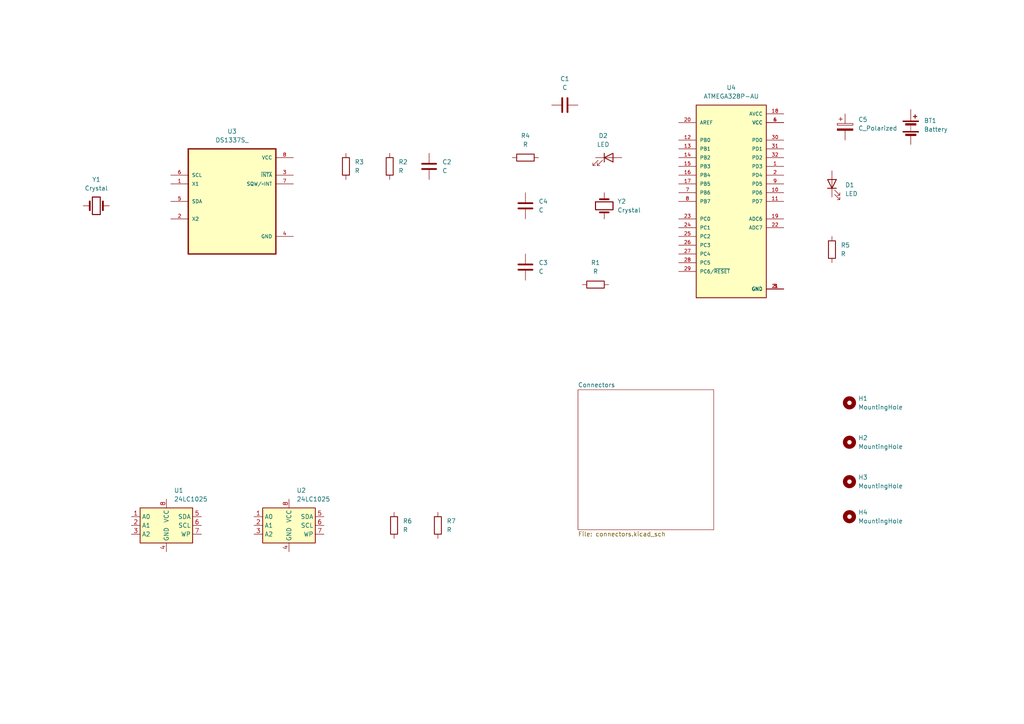
<source format=kicad_sch>
(kicad_sch (version 20230121) (generator eeschema)
  (paper "A4")
  (title_block (title "${project_name}") (date "2024-07-07") (rev "1"))
  (lib_symbols
    (symbol "ATMEGA328P-AU:ATMEGA328P-AU" (pin_names (offset 1.016))
      (property "Reference" "U" (at -10.1755 29.2546 0))
      (property "Value" "ATMEGA328P-AU" (at -10.1669 -31.7714 0))
      (symbol "ATMEGA328P-AU_0_0"
        (rectangle (start -10.16 -27.94) (end 10.16 27.94) (stroke (width 0.254)) (fill (type background)))
        (pin bidirectional line (at 15.24 10.16 180) (length 5.08) (name "PD3") (number "1"))
        (pin bidirectional line (at 15.24 2.54 180) (length 5.08) (name "PD6") (number "10"))
        (pin bidirectional line (at 15.24 0 180) (length 5.08) (name "PD7") (number "11"))
        (pin bidirectional line (at -15.24 17.78 0) (length 5.08) (name "PB0") (number "12"))
        (pin bidirectional line (at -15.24 15.24 0) (length 5.08) (name "PB1") (number "13"))
        (pin bidirectional line (at -15.24 12.7 0) (length 5.08) (name "PB2") (number "14"))
        (pin bidirectional line (at -15.24 10.16 0) (length 5.08) (name "PB3") (number "15"))
        (pin bidirectional line (at -15.24 7.62 0) (length 5.08) (name "PB4") (number "16"))
        (pin bidirectional line (at -15.24 5.08 0) (length 5.08) (name "PB5") (number "17"))
        (pin power_in line (at 15.24 25.4 180) (length 5.08) (name "AVCC") (number "18"))
        (pin bidirectional line (at 15.24 -5.08 180) (length 5.08) (name "ADC6") (number "19"))
        (pin bidirectional line (at 15.24 7.62 180) (length 5.08) (name "PD4") (number "2"))
        (pin input line (at -15.24 22.86 0) (length 5.08) (name "AREF") (number "20"))
        (pin power_in line (at 15.24 -25.4 180) (length 5.08) (name "GND") (number "21"))
        (pin bidirectional line (at 15.24 -7.62 180) (length 5.08) (name "ADC7") (number "22"))
        (pin bidirectional line (at -15.24 -5.08 0) (length 5.08) (name "PC0") (number "23"))
        (pin bidirectional line (at -15.24 -7.62 0) (length 5.08) (name "PC1") (number "24"))
        (pin bidirectional line (at -15.24 -10.16 0) (length 5.08) (name "PC2") (number "25"))
        (pin bidirectional line (at -15.24 -12.7 0) (length 5.08) (name "PC3") (number "26"))
        (pin bidirectional line (at -15.24 -15.24 0) (length 5.08) (name "PC4") (number "27"))
        (pin bidirectional line (at -15.24 -17.78 0) (length 5.08) (name "PC5") (number "28"))
        (pin bidirectional line (at -15.24 -20.32 0) (length 5.08) (name "PC6/~{RESET}") (number "29"))
        (pin power_in line (at 15.24 -25.4 180) (length 5.08) (name "GND") (number "3"))
        (pin bidirectional line (at 15.24 17.78 180) (length 5.08) (name "PD0") (number "30"))
        (pin bidirectional line (at 15.24 15.24 180) (length 5.08) (name "PD1") (number "31"))
        (pin bidirectional line (at 15.24 12.7 180) (length 5.08) (name "PD2") (number "32"))
        (pin power_in line (at 15.24 22.86 180) (length 5.08) (name "VCC") (number "4"))
        (pin power_in line (at 15.24 -25.4 180) (length 5.08) (name "GND") (number "5"))
        (pin power_in line (at 15.24 22.86 180) (length 5.08) (name "VCC") (number "6"))
        (pin bidirectional line (at -15.24 2.54 0) (length 5.08) (name "PB6") (number "7"))
        (pin bidirectional line (at -15.24 0 0) (length 5.08) (name "PB7") (number "8"))
        (pin bidirectional line (at 15.24 5.08 180) (length 5.08) (name "PD5") (number "9"))
      )
    )
    (symbol "DS1337S_:DS1337S_" (pin_names (offset 1.016))
      (property "Reference" "U" (at -12.7 16.24 0))
      (property "Value" "DS1337S_" (at -12.7 -19.24 0))
      (symbol "DS1337S__0_0"
        (rectangle (start -12.7 -15.24) (end 12.7 15.24) (stroke (width 0.41)) (fill (type background)))
        (pin input line (at -17.78 5.08 0) (length 5.08) (name "X1") (number "1"))
        (pin bidirectional line (at -17.78 -5.08 0) (length 5.08) (name "X2") (number "2"))
        (pin output line (at 17.78 7.62 180) (length 5.08) (name "~{INTA}") (number "3"))
        (pin power_in line (at 17.78 -10.16 180) (length 5.08) (name "GND") (number "4"))
        (pin bidirectional line (at -17.78 0 0) (length 5.08) (name "SDA") (number "5"))
        (pin input line (at -17.78 7.62 0) (length 5.08) (name "SCL") (number "6"))
        (pin output line (at 17.78 5.08 180) (length 5.08) (name "SQW/~INT") (number "7"))
        (pin power_in line (at 17.78 12.7 180) (length 5.08) (name "VCC") (number "8"))
      )
    )
    (symbol "Device:Battery" (pin_numbers hide) (pin_names (offset 0) hide)
      (property "Reference" "BT" (at 2.54 2.54 0))
      (property "Value" "Battery" (at 2.54 0 0))
      (symbol "Battery_0_1"
        (rectangle (start -2.286 -1.27) (end 2.286 -1.524) (fill (type outline)))
        (rectangle (start -2.286 1.778) (end 2.286 1.524) (fill (type outline)))
        (rectangle (start -1.524 -2.032) (end 1.524 -2.54) (fill (type outline)))
        (rectangle (start -1.524 1.016) (end 1.524 0.508) (fill (type outline)))
        (polyline (pts (xy 0 -1.016) (xy 0 -0.762)))
        (polyline (pts (xy 0 -0.508) (xy 0 -0.254)))
        (polyline (pts (xy 0 0) (xy 0 0.254)))
        (polyline (pts (xy 0 1.778) (xy 0 2.54)))
        (polyline (pts (xy 0.762 3.048) (xy 1.778 3.048)) (stroke (width 0.254)))
        (polyline (pts (xy 1.27 3.556) (xy 1.27 2.54)) (stroke (width 0.254)))
      )
      (symbol "Battery_1_1"
        (pin passive line (at 0 5.08 270) (length 2.54) (name "+") (number "1"))
        (pin passive line (at 0 -5.08 90) (length 2.54) (name "-") (number "2"))
      )
    )
    (symbol "Device:C" (pin_numbers hide) (pin_names (offset 0.254))
      (property "Reference" "C" (at 0.635 2.54 0))
      (property "Value" "C" (at 0.635 -2.54 0))
      (symbol "C_0_1"
        (polyline (pts (xy -2.032 -0.762) (xy 2.032 -0.762)) (stroke (width 0.508)))
        (polyline (pts (xy -2.032 0.762) (xy 2.032 0.762)) (stroke (width 0.508)))
      )
      (symbol "C_1_1"
        (pin passive line (at 0 3.81 270) (length 2.794) (name "~") (number "1"))
        (pin passive line (at 0 -3.81 90) (length 2.794) (name "~") (number "2"))
      )
    )
    (symbol "Device:C_Polarized" (pin_numbers hide) (pin_names (offset 0.254))
      (property "Reference" "C" (at 0.635 2.54 0))
      (property "Value" "C_Polarized" (at 0.635 -2.54 0))
      (symbol "C_Polarized_0_1"
        (rectangle (start -2.286 0.508) (end 2.286 1.016))
        (polyline (pts (xy -1.778 2.286) (xy -0.762 2.286)))
        (polyline (pts (xy -1.27 2.794) (xy -1.27 1.778)))
        (rectangle (start 2.286 -0.508) (end -2.286 -1.016) (fill (type outline)))
      )
      (symbol "C_Polarized_1_1"
        (pin passive line (at 0 3.81 270) (length 2.794) (name "~") (number "1"))
        (pin passive line (at 0 -3.81 90) (length 2.794) (name "~") (number "2"))
      )
    )
    (symbol "Device:Crystal" (pin_numbers hide) (pin_names (offset 1.016) hide)
      (property "Reference" "Y" (at 0 3.81 0))
      (property "Value" "Crystal" (at 0 -3.81 0))
      (symbol "Crystal_0_1"
        (rectangle (start -1.143 2.54) (end 1.143 -2.54) (stroke (width 0.3048)))
        (polyline (pts (xy -2.54 0) (xy -1.905 0)))
        (polyline (pts (xy -1.905 -1.27) (xy -1.905 1.27)) (stroke (width 0.508)))
        (polyline (pts (xy 1.905 -1.27) (xy 1.905 1.27)) (stroke (width 0.508)))
        (polyline (pts (xy 2.54 0) (xy 1.905 0)))
      )
      (symbol "Crystal_1_1"
        (pin passive line (at -3.81 0 0) (length 1.27) (name "1") (number "1"))
        (pin passive line (at 3.81 0 180) (length 1.27) (name "2") (number "2"))
      )
    )
    (symbol "Device:LED" (pin_numbers hide) (pin_names (offset 1.016) hide)
      (property "Reference" "D" (at 0 2.54 0))
      (property "Value" "LED" (at 0 -2.54 0))
      (symbol "LED_0_1"
        (polyline (pts (xy -1.27 -1.27) (xy -1.27 1.27)) (stroke (width 0.254)))
        (polyline (pts (xy -1.27 0) (xy 1.27 0)))
        (polyline (pts (xy 1.27 -1.27) (xy 1.27 1.27) (xy -1.27 0) (xy 1.27 -1.27)) (stroke (width 0.254)))
        (polyline (pts (xy -3.048 -0.762) (xy -4.572 -2.286) (xy -3.81 -2.286) (xy -4.572 -2.286) (xy -4.572 -1.524)))
        (polyline (pts (xy -1.778 -0.762) (xy -3.302 -2.286) (xy -2.54 -2.286) (xy -3.302 -2.286) (xy -3.302 -1.524)))
      )
      (symbol "LED_1_1"
        (pin passive line (at -3.81 0 0) (length 2.54) (name "K") (number "1"))
        (pin passive line (at 3.81 0 180) (length 2.54) (name "A") (number "2"))
      )
    )
    (symbol "Device:R" (pin_numbers hide) (pin_names (offset 0))
      (property "Reference" "R" (at 2.032 0 90))
      (property "Value" "R" (at 0 0 90))
      (symbol "R_0_1"
        (rectangle (start -1.016 -2.54) (end 1.016 2.54) (stroke (width 0.254)))
      )
      (symbol "R_1_1"
        (pin passive line (at 0 3.81 270) (length 1.27) (name "~") (number "1"))
        (pin passive line (at 0 -3.81 90) (length 1.27) (name "~") (number "2"))
      )
    )
    (symbol "Mechanical:MountingHole" (pin_names (offset 1.016))
      (property "Reference" "H" (at 0 5.08 0))
      (property "Value" "MountingHole" (at 0 3.175 0))
      (symbol "MountingHole_0_1"
        (circle (center 0 0) (radius 1.27) (stroke (width 1.27)))
      )
    )
    (symbol "Memory_EEPROM:24LC1025"
      (property "Reference" "U" (at -6.35 6.35 0))
      (property "Value" "24LC1025" (at 1.27 6.35 0))
      (symbol "24LC1025_1_1"
        (rectangle (start -7.62 5.08) (end 7.62 -5.08) (stroke (width 0.254)) (fill (type background)))
        (pin input line (at -10.16 2.54 0) (length 2.54) (name "A0") (number "1"))
        (pin input line (at -10.16 0 0) (length 2.54) (name "A1") (number "2"))
        (pin input line (at -10.16 -2.54 0) (length 2.54) (name "A2") (number "3"))
        (pin power_in line (at 0 -7.62 90) (length 2.54) (name "GND") (number "4"))
        (pin bidirectional line (at 10.16 2.54 180) (length 2.54) (name "SDA") (number "5"))
        (pin input line (at 10.16 0 180) (length 2.54) (name "SCL") (number "6"))
        (pin input line (at 10.16 -2.54 180) (length 2.54) (name "WP") (number "7"))
        (pin power_in line (at 0 7.62 270) (length 2.54) (name "VCC") (number "8"))
      )
    )
  )
  (symbol (lib_id "Device:R") (at 241.3 72.39 0) (unit 1)
    (property "Reference" "R5" (at 243.84 71.12 0) (effects (justify left)))
    (property "Value" "R" (at 243.84 73.66 0) (effects (justify left)))
  )
  (symbol (lib_id "Memory_EEPROM:24LC1025") (at 83.82 152.4 0) (unit 1)
    (property "Reference" "U2" (at 86.0141 142.24 0) (effects (justify left)))
    (property "Value" "24LC1025" (at 86.0141 144.78 0) (effects (justify left)))
    (property "Datasheet" "http://ww1.microchip.com/downloads/en/DeviceDoc/21941B.pdf" (effects hide))
  )
  (symbol (lib_id "Device:R") (at 113.03 48.26 0) (unit 1)
    (property "Reference" "R2" (at 115.57 46.99 0) (effects (justify left)))
    (property "Value" "R" (at 115.57 49.53 0) (effects (justify left)))
  )
  (symbol (lib_id "Mechanical:MountingHole") (at 246.38 139.7 0) (unit 1)
    (property "Reference" "H3" (at 248.92 138.43 0) (effects (justify left)))
    (property "Value" "MountingHole" (at 248.92 140.97 0) (effects (justify left)))
  )
  (symbol (lib_id "Device:R") (at 127 152.4 0) (unit 1)
    (property "Reference" "R7" (at 129.54 151.13 0) (effects (justify left)))
    (property "Value" "R" (at 129.54 153.67 0) (effects (justify left)))
  )
  (symbol (lib_id "Device:Crystal") (at 27.94 59.69 0) (unit 1)
    (property "Reference" "Y1" (at 27.94 52.07 0))
    (property "Value" "Crystal" (at 27.94 54.61 0))
  )
  (symbol (lib_id "Mechanical:MountingHole") (at 246.38 149.86 0) (unit 1)
    (property "Reference" "H4" (at 248.92 148.59 0) (effects (justify left)))
    (property "Value" "MountingHole" (at 248.92 151.13 0) (effects (justify left)))
  )
  (symbol (lib_id "Mechanical:MountingHole") (at 246.38 116.84 0) (unit 1)
    (property "Reference" "H1" (at 248.92 115.57 0) (effects (justify left)))
    (property "Value" "MountingHole" (at 248.92 118.11 0) (effects (justify left)))
  )
  (symbol (lib_id "Device:Battery") (at 264.16 36.83 0) (unit 1)
    (property "Reference" "BT1" (at 267.97 34.9885 0) (effects (justify left)))
    (property "Value" "Battery" (at 267.97 37.5285 0) (effects (justify left)))
  )
  (symbol (lib_id "Device:C") (at 124.46 48.26 0) (unit 1)
    (property "Reference" "C2" (at 128.27 46.99 0) (effects (justify left)))
    (property "Value" "C" (at 128.27 49.53 0) (effects (justify left)))
  )
  (symbol (lib_id "Device:R") (at 172.72 82.55 90) (unit 1)
    (property "Reference" "R1" (at 172.72 76.2 90))
    (property "Value" "R" (at 172.72 78.74 90))
  )
  (symbol (lib_id "Device:LED") (at 176.53 45.72 0) (unit 1)
    (property "Reference" "D2" (at 174.9425 39.37 0))
    (property "Value" "LED" (at 174.9425 41.91 0))
  )
  (symbol (lib_id "Device:C") (at 163.83 30.48 90) (unit 1)
    (property "Reference" "C1" (at 163.83 22.86 90))
    (property "Value" "C" (at 163.83 25.4 90))
  )
  (symbol (lib_id "Device:R") (at 100.33 48.26 0) (unit 1)
    (property "Reference" "R3" (at 102.87 46.99 0) (effects (justify left)))
    (property "Value" "R" (at 102.87 49.53 0) (effects (justify left)))
  )
  (symbol (lib_id "Device:R") (at 152.4 45.72 90) (unit 1)
    (property "Reference" "R4" (at 152.4 39.37 90))
    (property "Value" "R" (at 152.4 41.91 90))
  )
  (symbol (lib_id "ATMEGA328P-AU:ATMEGA328P-AU") (at 212.09 58.42 0) (unit 1)
    (property "Reference" "U4" (at 212.09 25.4 0))
    (property "Value" "ATMEGA328P-AU" (at 212.09 27.94 0))
    (property "Footprint" "ATMEGA328P-AU:QFP80P900X900X120-32N" (effects hide))
    (property "MF" "Microchip" (effects hide))
    (property "Description" "\nAVR AVR® ATmega Microcontroller IC 8-Bit 20MHz 32KB (16K x 16) FLASH 32-TQFP (7x7)\n" (effects hide))
    (property "Package" "TQFP-32 Microchip" (effects hide))
    (property "Price" "None" (effects hide))
    (property "Check_prices" "https://www.snapeda.com/parts/ATMEGA328P-AU/Microchip/view-part/?ref=eda" (effects hide))
    (property "SnapEDA_Link" "https://www.snapeda.com/parts/ATMEGA328P-AU/Microchip/view-part/?ref=snap" (effects hide))
    (property "MP" "ATMEGA328P-AU" (effects hide))
    (property "Purchase-URL" "https://www.snapeda.com/api/url_track_click_mouser/?unipart_id=44280&manufacturer=Microchip&part_name=ATMEGA328P-AU&search_term=atmega328p" (effects hide))
    (property "Availability" "In Stock" (effects hide))
    (property "MANUFACTURER" "Atmel" (effects hide))
  )
  (symbol (lib_id "Device:C_Polarized") (at 245.11 36.83 0) (unit 1)
    (property "Reference" "C5" (at 248.92 34.671 0) (effects (justify left)))
    (property "Value" "C_Polarized" (at 248.92 37.211 0) (effects (justify left)))
  )
  (symbol (lib_id "Device:C") (at 152.4 59.69 0) (unit 1)
    (property "Reference" "C4" (at 156.21 58.42 0) (effects (justify left)))
    (property "Value" "C" (at 156.21 60.96 0) (effects (justify left)))
  )
  (symbol (lib_id "Device:Crystal") (at 175.26 59.69 90) (unit 1)
    (property "Reference" "Y2" (at 179.07 58.42 90) (effects (justify right)))
    (property "Value" "Crystal" (at 179.07 60.96 90) (effects (justify right)))
  )
  (symbol (lib_id "Memory_EEPROM:24LC1025") (at 48.26 152.4 0) (unit 1)
    (property "Reference" "U1" (at 50.4541 142.24 0) (effects (justify left)))
    (property "Value" "24LC1025" (at 50.4541 144.78 0) (effects (justify left)))
    (property "Datasheet" "http://ww1.microchip.com/downloads/en/DeviceDoc/21941B.pdf" (effects hide))
  )
  (symbol (lib_id "DS1337S_:DS1337S_") (at 67.31 58.42 0) (unit 1)
    (property "Reference" "U3" (at 67.31 38.1 0))
    (property "Value" "DS1337S_" (at 67.31 40.64 0))
    (property "Footprint" "DS1337S_:SOIC127P600X175-8N" (effects hide))
    (property "MF" "Analog Devices" (effects hide))
    (property "Description" "\nReal Time Clock (RTC) IC Clock/Calendar - I²C, 2-Wire Serial 8-SOIC (0.154, 3.90mm Width)\n" (effects hide))
    (property "Package" "SOIC-8 Maxim" (effects hide))
    (property "Price" "None" (effects hide))
    (property "SnapEDA_Link" "https://www.snapeda.com/parts/DS1337S/Analog+Devices/view-part/?ref=snap" (effects hide))
    (property "MP" "DS1337S" (effects hide))
    (property "Purchase-URL" "https://www.snapeda.com/api/url_track_click_mouser/?unipart_id=2748190&manufacturer=Analog Devices&part_name=DS1337S&search_term=ds1337s" (effects hide))
    (property "Availability" "In Stock" (effects hide))
    (property "Check_prices" "https://www.snapeda.com/parts/DS1337S/Analog+Devices/view-part/?ref=eda" (effects hide))
  )
  (symbol (lib_id "Device:LED") (at 241.3 53.34 90) (unit 1)
    (property "Reference" "D1" (at 245.11 53.6575 90) (effects (justify right)))
    (property "Value" "LED" (at 245.11 56.1975 90) (effects (justify right)))
  )
  (symbol (lib_id "Mechanical:MountingHole") (at 246.38 128.27 0) (unit 1)
    (property "Reference" "H2" (at 248.92 127 0) (effects (justify left)))
    (property "Value" "MountingHole" (at 248.92 129.54 0) (effects (justify left)))
  )
  (symbol (lib_id "Device:C") (at 152.4 77.47 0) (unit 1)
    (property "Reference" "C3" (at 156.21 76.2 0) (effects (justify left)))
    (property "Value" "C" (at 156.21 78.74 0) (effects (justify left)))
  )
  (symbol (lib_id "Device:R") (at 114.3 152.4 0) (unit 1)
    (property "Reference" "R6" (at 116.84 151.13 0) (effects (justify left)))
    (property "Value" "R" (at 116.84 153.67 0) (effects (justify left)))
  )
  (sheet (at 167.64 113.03) (size 39.37 40.64) (stroke (width 0.0006))
    (property "Sheetname" "Connectors" (at 167.64 112.3943 0) (effects (justify left bottom)))
    (property "Sheetfile" "connectors.kicad_sch" (at 167.64 154.1787 0) (effects (justify left top)))
  )
)
</source>
